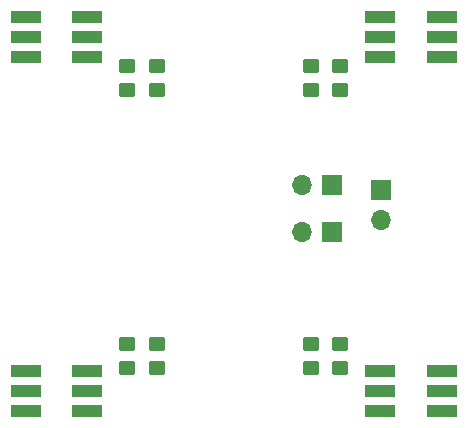
<source format=gbr>
%TF.GenerationSoftware,KiCad,Pcbnew,8.0.1*%
%TF.CreationDate,2024-07-06T10:32:20+03:00*%
%TF.ProjectId,led_tester,6c65645f-7465-4737-9465-722e6b696361,rev?*%
%TF.SameCoordinates,Original*%
%TF.FileFunction,Soldermask,Top*%
%TF.FilePolarity,Negative*%
%FSLAX46Y46*%
G04 Gerber Fmt 4.6, Leading zero omitted, Abs format (unit mm)*
G04 Created by KiCad (PCBNEW 8.0.1) date 2024-07-06 10:32:20*
%MOMM*%
%LPD*%
G01*
G04 APERTURE LIST*
G04 Aperture macros list*
%AMRoundRect*
0 Rectangle with rounded corners*
0 $1 Rounding radius*
0 $2 $3 $4 $5 $6 $7 $8 $9 X,Y pos of 4 corners*
0 Add a 4 corners polygon primitive as box body*
4,1,4,$2,$3,$4,$5,$6,$7,$8,$9,$2,$3,0*
0 Add four circle primitives for the rounded corners*
1,1,$1+$1,$2,$3*
1,1,$1+$1,$4,$5*
1,1,$1+$1,$6,$7*
1,1,$1+$1,$8,$9*
0 Add four rect primitives between the rounded corners*
20,1,$1+$1,$2,$3,$4,$5,0*
20,1,$1+$1,$4,$5,$6,$7,0*
20,1,$1+$1,$6,$7,$8,$9,0*
20,1,$1+$1,$8,$9,$2,$3,0*%
G04 Aperture macros list end*
%ADD10R,2.500000X1.100000*%
%ADD11RoundRect,0.250000X0.450000X-0.350000X0.450000X0.350000X-0.450000X0.350000X-0.450000X-0.350000X0*%
%ADD12RoundRect,0.250000X-0.450000X0.350000X-0.450000X-0.350000X0.450000X-0.350000X0.450000X0.350000X0*%
%ADD13R,1.700000X1.700000*%
%ADD14O,1.700000X1.700000*%
G04 APERTURE END LIST*
D10*
%TO.C,D7*%
X87400000Y-58300000D03*
X87400000Y-60000000D03*
X87400000Y-61700000D03*
X92600000Y-61700000D03*
X92600000Y-60000000D03*
X92600000Y-58300000D03*
%TD*%
%TO.C,D4*%
X122600000Y-61700000D03*
X122600000Y-60000000D03*
X122600000Y-58300000D03*
X117400000Y-58300000D03*
X117400000Y-60000000D03*
X117400000Y-61700000D03*
%TD*%
%TO.C,D2*%
X122600000Y-31700000D03*
X122600000Y-30000000D03*
X122600000Y-28300000D03*
X117400000Y-28300000D03*
X117400000Y-30000000D03*
X117400000Y-31700000D03*
%TD*%
%TO.C,D1*%
X87400000Y-28300000D03*
X87400000Y-30000000D03*
X87400000Y-31700000D03*
X92600000Y-31700000D03*
X92600000Y-30000000D03*
X92600000Y-28300000D03*
%TD*%
D11*
%TO.C,R5*%
X111500000Y-34500000D03*
X111500000Y-32500000D03*
%TD*%
D12*
%TO.C,R8*%
X111500000Y-56000000D03*
X111500000Y-58000000D03*
%TD*%
D11*
%TO.C,R4*%
X98500000Y-34500000D03*
X98500000Y-32500000D03*
%TD*%
D12*
%TO.C,R1*%
X98500000Y-56000000D03*
X98500000Y-58000000D03*
%TD*%
D11*
%TO.C,R6*%
X114000000Y-34500000D03*
X114000000Y-32500000D03*
%TD*%
D13*
%TO.C,J2*%
X113275000Y-46500000D03*
D14*
X110735000Y-46500000D03*
%TD*%
D11*
%TO.C,R3*%
X96000000Y-34500000D03*
X96000000Y-32500000D03*
%TD*%
D13*
%TO.C,J1*%
X113275000Y-42500000D03*
D14*
X110735000Y-42500000D03*
%TD*%
D12*
%TO.C,R2*%
X96000000Y-56000000D03*
X96000000Y-58000000D03*
%TD*%
D13*
%TO.C,J3*%
X117500000Y-42960000D03*
D14*
X117500000Y-45500000D03*
%TD*%
D12*
%TO.C,R7*%
X114000000Y-56000000D03*
X114000000Y-58000000D03*
%TD*%
M02*

</source>
